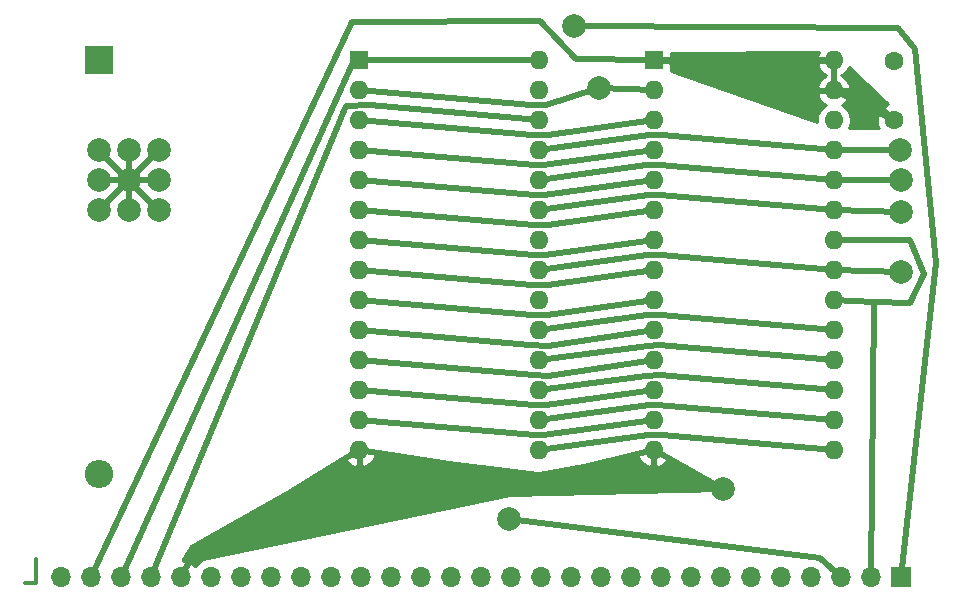
<source format=gbr>
%TF.GenerationSoftware,KiCad,Pcbnew,5.1.10*%
%TF.CreationDate,2021-11-30T18:31:43+01:00*%
%TF.ProjectId,Speichermodul_C,53706569-6368-4657-926d-6f64756c5f43,1*%
%TF.SameCoordinates,Original*%
%TF.FileFunction,Copper,L2,Bot*%
%TF.FilePolarity,Positive*%
%FSLAX46Y46*%
G04 Gerber Fmt 4.6, Leading zero omitted, Abs format (unit mm)*
G04 Created by KiCad (PCBNEW 5.1.10) date 2021-11-30 18:31:43*
%MOMM*%
%LPD*%
G01*
G04 APERTURE LIST*
%TA.AperFunction,NonConductor*%
%ADD10C,0.300000*%
%TD*%
%TA.AperFunction,ComponentPad*%
%ADD11O,2.400000X2.400000*%
%TD*%
%TA.AperFunction,ComponentPad*%
%ADD12R,2.400000X2.400000*%
%TD*%
%TA.AperFunction,ComponentPad*%
%ADD13C,1.600000*%
%TD*%
%TA.AperFunction,SMDPad,CuDef*%
%ADD14C,0.100000*%
%TD*%
%TA.AperFunction,SMDPad,CuDef*%
%ADD15R,5.080000X0.500000*%
%TD*%
%TA.AperFunction,SMDPad,CuDef*%
%ADD16R,0.500000X5.080000*%
%TD*%
%TA.AperFunction,SMDPad,CuDef*%
%ADD17C,2.000000*%
%TD*%
%TA.AperFunction,ComponentPad*%
%ADD18O,1.600000X1.600000*%
%TD*%
%TA.AperFunction,ComponentPad*%
%ADD19R,1.600000X1.600000*%
%TD*%
%TA.AperFunction,ComponentPad*%
%ADD20O,1.700000X1.700000*%
%TD*%
%TA.AperFunction,ComponentPad*%
%ADD21R,1.700000X1.700000*%
%TD*%
%TA.AperFunction,ViaPad*%
%ADD22C,2.000000*%
%TD*%
%TA.AperFunction,Conductor*%
%ADD23C,0.500000*%
%TD*%
%TA.AperFunction,Conductor*%
%ADD24C,0.254000*%
%TD*%
%TA.AperFunction,Conductor*%
%ADD25C,0.100000*%
%TD*%
G04 APERTURE END LIST*
D10*
X114380952Y-135704761D02*
X115333333Y-135704761D01*
X115333333Y-133704761D01*
D11*
%TO.P,C5,2*%
%TO.N,GND*%
X120650000Y-126440000D03*
D12*
%TO.P,C5,1*%
%TO.N,U2*%
X120650000Y-91440000D03*
%TD*%
D13*
%TO.P,C3,2*%
%TO.N,GND*%
X187960000Y-91520000D03*
%TO.P,C3,1*%
%TO.N,+5P*%
X187960000Y-96520000D03*
%TD*%
%TA.AperFunction,SMDPad,CuDef*%
D14*
%TO.P,REF\u002A\u002A,2*%
%TO.N,N/C*%
G36*
X120891903Y-98948350D02*
G01*
X125841650Y-103898097D01*
X125488097Y-104251650D01*
X120538350Y-99301903D01*
X120891903Y-98948350D01*
G37*
%TD.AperFunction*%
%TA.AperFunction,SMDPad,CuDef*%
G36*
X120538350Y-103898097D02*
G01*
X125488097Y-98948350D01*
X125841650Y-99301903D01*
X120891903Y-104251650D01*
X120538350Y-103898097D01*
G37*
%TD.AperFunction*%
D15*
X123190000Y-101600000D03*
D16*
X123190000Y-101600000D03*
D17*
%TO.P,REF\u002A\u002A,1*%
X120650000Y-101600000D03*
X120650000Y-99060000D03*
X123190000Y-99060000D03*
X125730000Y-99060000D03*
X125730000Y-101600000D03*
X125730000Y-104140000D03*
X123190000Y-104140000D03*
X120650000Y-104140000D03*
X123190000Y-101600000D03*
%TD*%
D18*
%TO.P,U3,28*%
%TO.N,U2*%
X157940000Y-91440000D03*
%TO.P,U3,14*%
%TO.N,GND*%
X142700000Y-124460000D03*
%TO.P,U3,27*%
%TO.N,R~W*%
X157940000Y-93980000D03*
%TO.P,U3,13*%
%TO.N,/D2*%
X142700000Y-121920000D03*
%TO.P,U3,26*%
%TO.N,U1*%
X157940000Y-96520000D03*
%TO.P,U3,12*%
%TO.N,/D1*%
X142700000Y-119380000D03*
%TO.P,U3,25*%
%TO.N,/A8*%
X157940000Y-99060000D03*
%TO.P,U3,11*%
%TO.N,/D0*%
X142700000Y-116840000D03*
%TO.P,U3,24*%
%TO.N,/A9*%
X157940000Y-101600000D03*
%TO.P,U3,10*%
%TO.N,/A0*%
X142700000Y-114300000D03*
%TO.P,U3,23*%
%TO.N,/A11*%
X157940000Y-104140000D03*
%TO.P,U3,9*%
%TO.N,/A1*%
X142700000Y-111760000D03*
%TO.P,U3,22*%
%TO.N,/~CSA*%
X157940000Y-106680000D03*
%TO.P,U3,8*%
%TO.N,/A2*%
X142700000Y-109220000D03*
%TO.P,U3,21*%
%TO.N,/A10*%
X157940000Y-109220000D03*
%TO.P,U3,7*%
%TO.N,/A3*%
X142700000Y-106680000D03*
%TO.P,U3,20*%
%TO.N,/~CSA*%
X157940000Y-111760000D03*
%TO.P,U3,6*%
%TO.N,/A4*%
X142700000Y-104140000D03*
%TO.P,U3,19*%
%TO.N,/D7*%
X157940000Y-114300000D03*
%TO.P,U3,5*%
%TO.N,/A5*%
X142700000Y-101600000D03*
%TO.P,U3,18*%
%TO.N,/D6*%
X157940000Y-116840000D03*
%TO.P,U3,4*%
%TO.N,/A6*%
X142700000Y-99060000D03*
%TO.P,U3,17*%
%TO.N,/D5*%
X157940000Y-119380000D03*
%TO.P,U3,3*%
%TO.N,/A7*%
X142700000Y-96520000D03*
%TO.P,U3,16*%
%TO.N,/D4*%
X157940000Y-121920000D03*
%TO.P,U3,2*%
%TO.N,/A12*%
X142700000Y-93980000D03*
%TO.P,U3,15*%
%TO.N,/D3*%
X157940000Y-124460000D03*
D19*
%TO.P,U3,1*%
%TO.N,Net-(U3-Pad1)*%
X142700000Y-91440000D03*
%TD*%
D18*
%TO.P,U2,28*%
%TO.N,+5P*%
X182880000Y-91440000D03*
%TO.P,U2,14*%
%TO.N,GND*%
X167640000Y-124460000D03*
%TO.P,U2,27*%
%TO.N,+5P*%
X182880000Y-93980000D03*
%TO.P,U2,13*%
%TO.N,/D2*%
X167640000Y-121920000D03*
%TO.P,U2,26*%
%TO.N,Net-(U2-Pad26)*%
X182880000Y-96520000D03*
%TO.P,U2,12*%
%TO.N,/D1*%
X167640000Y-119380000D03*
%TO.P,U2,25*%
%TO.N,/A8*%
X182880000Y-99060000D03*
%TO.P,U2,11*%
%TO.N,/D0*%
X167640000Y-116840000D03*
%TO.P,U2,24*%
%TO.N,/A9*%
X182880000Y-101600000D03*
%TO.P,U2,10*%
%TO.N,/A0*%
X167640000Y-114300000D03*
%TO.P,U2,23*%
%TO.N,/A11*%
X182880000Y-104140000D03*
%TO.P,U2,9*%
%TO.N,/A1*%
X167640000Y-111760000D03*
%TO.P,U2,22*%
%TO.N,/~CSB*%
X182880000Y-106680000D03*
%TO.P,U2,8*%
%TO.N,/A2*%
X167640000Y-109220000D03*
%TO.P,U2,21*%
%TO.N,/A10*%
X182880000Y-109220000D03*
%TO.P,U2,7*%
%TO.N,/A3*%
X167640000Y-106680000D03*
%TO.P,U2,20*%
%TO.N,/~CSB*%
X182880000Y-111760000D03*
%TO.P,U2,6*%
%TO.N,/A4*%
X167640000Y-104140000D03*
%TO.P,U2,19*%
%TO.N,/D7*%
X182880000Y-114300000D03*
%TO.P,U2,5*%
%TO.N,/A5*%
X167640000Y-101600000D03*
%TO.P,U2,18*%
%TO.N,/D6*%
X182880000Y-116840000D03*
%TO.P,U2,4*%
%TO.N,/A6*%
X167640000Y-99060000D03*
%TO.P,U2,17*%
%TO.N,/D5*%
X182880000Y-119380000D03*
%TO.P,U2,3*%
%TO.N,/A7*%
X167640000Y-96520000D03*
%TO.P,U2,16*%
%TO.N,/D4*%
X182880000Y-121920000D03*
%TO.P,U2,2*%
%TO.N,/A12*%
X167640000Y-93980000D03*
%TO.P,U2,15*%
%TO.N,/D3*%
X182880000Y-124460000D03*
D19*
%TO.P,U2,1*%
%TO.N,+5P*%
X167640000Y-91440000D03*
%TD*%
D20*
%TO.P,X10,29*%
%TO.N,Net-(X10-Pad29)*%
X117470000Y-135160000D03*
%TO.P,X10,28*%
%TO.N,+5P*%
X120010000Y-135160000D03*
%TO.P,X10,27*%
%TO.N,U2*%
X122550000Y-135160000D03*
%TO.P,X10,26*%
%TO.N,U1*%
X125090000Y-135160000D03*
%TO.P,X10,25*%
%TO.N,GND*%
X127630000Y-135160000D03*
%TO.P,X10,24*%
%TO.N,/A7*%
X130170000Y-135160000D03*
%TO.P,X10,23*%
%TO.N,/A6*%
X132710000Y-135160000D03*
%TO.P,X10,22*%
%TO.N,/A5*%
X135250000Y-135160000D03*
%TO.P,X10,21*%
%TO.N,/A4*%
X137790000Y-135160000D03*
%TO.P,X10,20*%
%TO.N,/A3*%
X140330000Y-135160000D03*
%TO.P,X10,19*%
%TO.N,/A2*%
X142870000Y-135160000D03*
%TO.P,X10,18*%
%TO.N,/A1*%
X145410000Y-135160000D03*
%TO.P,X10,17*%
%TO.N,/A0*%
X147950000Y-135160000D03*
%TO.P,X10,16*%
%TO.N,/D0*%
X150490000Y-135160000D03*
%TO.P,X10,15*%
%TO.N,/D1*%
X153030000Y-135160000D03*
%TO.P,X10,14*%
%TO.N,/D2*%
X155570000Y-135160000D03*
%TO.P,X10,13*%
%TO.N,/D3*%
X158110000Y-135160000D03*
%TO.P,X10,12*%
%TO.N,/D4*%
X160650000Y-135160000D03*
%TO.P,X10,11*%
%TO.N,/D5*%
X163190000Y-135160000D03*
%TO.P,X10,10*%
%TO.N,/D6*%
X165730000Y-135160000D03*
%TO.P,X10,9*%
%TO.N,/D7*%
X168270000Y-135160000D03*
%TO.P,X10,8*%
%TO.N,/A12*%
X170810000Y-135160000D03*
%TO.P,X10,7*%
%TO.N,/A11*%
X173350000Y-135160000D03*
%TO.P,X10,6*%
%TO.N,/A10*%
X175890000Y-135160000D03*
%TO.P,X10,5*%
%TO.N,/A9*%
X178430000Y-135160000D03*
%TO.P,X10,4*%
%TO.N,/A8*%
X180970000Y-135160000D03*
%TO.P,X10,3*%
%TO.N,R~W*%
X183510000Y-135160000D03*
%TO.P,X10,2*%
%TO.N,/~CSB*%
X186050000Y-135160000D03*
D21*
%TO.P,X10,1*%
%TO.N,/~CSA*%
X188590000Y-135160000D03*
%TD*%
D22*
%TO.N,GND*%
X173500000Y-127700000D03*
%TO.N,/A8*%
X188500000Y-99000000D03*
%TO.N,/A9*%
X188600000Y-101600000D03*
%TO.N,/A10*%
X188600000Y-109400000D03*
%TO.N,R~W*%
X155400000Y-130300000D03*
%TO.N,/~CSA*%
X160900000Y-88500000D03*
%TO.N,/A12*%
X163000000Y-93800000D03*
%TO.N,/A11*%
X188600000Y-104300000D03*
%TD*%
D23*
%TO.N,GND*%
X127630000Y-135160000D02*
X128800000Y-133000000D01*
X128800000Y-133000000D02*
X142700000Y-124460000D01*
X173500000Y-127700000D02*
X167640000Y-124460000D01*
X167640000Y-124460000D02*
X157900000Y-126800000D01*
X157900000Y-126800000D02*
X142700000Y-124460000D01*
%TO.N,+5P*%
X187960000Y-96520000D02*
X182880000Y-93980000D01*
X182880000Y-93980000D02*
X182880000Y-91440000D01*
X182880000Y-91440000D02*
X167640000Y-91440000D01*
X142100000Y-88200000D02*
X120010000Y-135160000D01*
X158000000Y-88100000D02*
X142100000Y-88200000D01*
X161100000Y-91300000D02*
X158000000Y-88100000D01*
X167640000Y-91440000D02*
X161100000Y-91300000D01*
%TO.N,/A8*%
X188500000Y-99000000D02*
X182880000Y-99060000D01*
X168350000Y-97800000D02*
X182880000Y-99060000D01*
X167250000Y-97800000D02*
X168350000Y-97800000D01*
X157940000Y-99060000D02*
X167250000Y-97800000D01*
%TO.N,/D2*%
X167640000Y-121920000D02*
X158300000Y-123200000D01*
X158300000Y-123200000D02*
X157600000Y-123200000D01*
X157600000Y-123200000D02*
X142700000Y-121920000D01*
%TO.N,/A9*%
X188600000Y-101600000D02*
X182880000Y-101600000D01*
X168150000Y-100350000D02*
X182880000Y-101600000D01*
X167000000Y-100350000D02*
X168150000Y-100350000D01*
X157940000Y-101600000D02*
X167000000Y-100350000D01*
%TO.N,/D1*%
X157500000Y-120650000D02*
X142700000Y-119380000D01*
X158550000Y-120650000D02*
X157500000Y-120650000D01*
X167640000Y-119380000D02*
X158550000Y-120650000D01*
%TO.N,/D0*%
X167640000Y-116840000D02*
X158650000Y-118150000D01*
X158650000Y-118150000D02*
X157500000Y-118100000D01*
X157500000Y-118100000D02*
X142700000Y-116840000D01*
%TO.N,/A0*%
X167640000Y-114300000D02*
X158700000Y-115600000D01*
X158700000Y-115600000D02*
X157200000Y-115550000D01*
X157200000Y-115550000D02*
X142700000Y-114300000D01*
%TO.N,/A10*%
X188600000Y-109400000D02*
X182880000Y-109220000D01*
X157940000Y-109220000D02*
X167050000Y-107950000D01*
X167050000Y-107950000D02*
X168250000Y-107950000D01*
X168250000Y-107950000D02*
X182880000Y-109220000D01*
%TO.N,/A1*%
X167640000Y-111760000D02*
X158600000Y-113050000D01*
X158600000Y-113050000D02*
X157350000Y-113050000D01*
X157350000Y-113050000D02*
X142700000Y-111760000D01*
%TO.N,/A2*%
X167640000Y-109220000D02*
X158700000Y-110450000D01*
X158700000Y-110450000D02*
X157300000Y-110500000D01*
X157300000Y-110500000D02*
X142700000Y-109220000D01*
%TO.N,/D7*%
X157940000Y-114300000D02*
X167100000Y-113050000D01*
X167100000Y-113050000D02*
X168250000Y-113050000D01*
X168250000Y-113050000D02*
X182880000Y-114300000D01*
%TO.N,/A3*%
X167640000Y-106680000D02*
X158450000Y-107950000D01*
X158450000Y-107950000D02*
X157500000Y-107950000D01*
X157500000Y-107950000D02*
X142700000Y-106680000D01*
%TO.N,/D6*%
X157940000Y-116840000D02*
X167150000Y-115600000D01*
X167150000Y-115600000D02*
X168100000Y-115550000D01*
X168100000Y-115550000D02*
X182880000Y-116840000D01*
%TO.N,/A4*%
X167640000Y-104140000D02*
X158650000Y-105400000D01*
X158650000Y-105400000D02*
X157500000Y-105400000D01*
X157500000Y-105400000D02*
X142700000Y-104140000D01*
%TO.N,/D5*%
X157940000Y-119380000D02*
X167000000Y-118150000D01*
X167000000Y-118150000D02*
X168200000Y-118100000D01*
X168200000Y-118100000D02*
X182880000Y-119380000D01*
%TO.N,/A5*%
X157550000Y-102850000D02*
X142700000Y-101600000D01*
X158350000Y-102850000D02*
X157550000Y-102850000D01*
X167640000Y-101600000D02*
X158350000Y-102850000D01*
%TO.N,/D4*%
X157940000Y-121920000D02*
X167200000Y-120650000D01*
X167200000Y-120650000D02*
X167950000Y-120650000D01*
X167950000Y-120650000D02*
X182880000Y-121920000D01*
%TO.N,/A6*%
X157550000Y-100350000D02*
X142700000Y-99060000D01*
X158300000Y-100350000D02*
X157550000Y-100350000D01*
X167640000Y-99060000D02*
X158300000Y-100350000D01*
%TO.N,/D3*%
X157940000Y-124460000D02*
X167150000Y-123200000D01*
X167150000Y-123200000D02*
X168300000Y-123200000D01*
X168300000Y-123200000D02*
X182880000Y-124460000D01*
%TO.N,/A7*%
X157300000Y-97800000D02*
X142700000Y-96520000D01*
X158650000Y-97800000D02*
X157300000Y-97800000D01*
X167640000Y-96520000D02*
X158650000Y-97800000D01*
%TO.N,R~W*%
X181700000Y-133600000D02*
X183510000Y-135160000D01*
X155400000Y-130300000D02*
X181700000Y-133600000D01*
%TO.N,/~CSA*%
X160900000Y-88500000D02*
X188300000Y-88700000D01*
X188300000Y-88700000D02*
X189800000Y-90500000D01*
X189800000Y-90500000D02*
X191500000Y-108600000D01*
X191500000Y-108600000D02*
X188590000Y-135160000D01*
%TO.N,/A12*%
X163000000Y-93800000D02*
X167640000Y-93980000D01*
X157250000Y-95250000D02*
X142700000Y-93980000D01*
X158550000Y-95250000D02*
X157250000Y-95250000D01*
X163000000Y-93800000D02*
X158550000Y-95250000D01*
%TO.N,/A11*%
X188600000Y-104300000D02*
X182880000Y-104140000D01*
X168150000Y-102850000D02*
X182880000Y-104140000D01*
X167150000Y-102850000D02*
X168150000Y-102850000D01*
X157940000Y-104140000D02*
X167150000Y-102850000D01*
%TO.N,U2*%
X142240000Y-91440000D02*
X157940000Y-91440000D01*
X122500000Y-135300000D02*
X142240000Y-91440000D01*
%TO.N,U1*%
X157940000Y-96520000D02*
X143600000Y-95200000D01*
X143600000Y-95200000D02*
X141600000Y-95300000D01*
X141600000Y-95300000D02*
X125090000Y-135160000D01*
%TO.N,/~CSB*%
X189300000Y-106700000D02*
X190500000Y-109500000D01*
X190500000Y-109500000D02*
X189300000Y-112000000D01*
X182880000Y-106680000D02*
X189300000Y-106700000D01*
X186050000Y-135160000D02*
X186311711Y-111888289D01*
X186311711Y-111888289D02*
X182880000Y-111760000D01*
X189300000Y-112000000D02*
X186311711Y-111888289D01*
%TD*%
D24*
%TO.N,GND*%
X142847000Y-124546363D02*
X142847000Y-124587000D01*
X142827000Y-124587000D01*
X142827000Y-125730624D01*
X143049040Y-125851909D01*
X143313881Y-125757070D01*
X143555131Y-125612385D01*
X143763519Y-125423414D01*
X143931037Y-125197420D01*
X144051246Y-124943087D01*
X144091904Y-124809039D01*
X144028746Y-124694081D01*
X157884248Y-126426019D01*
X157909135Y-126426671D01*
X157922943Y-126424910D01*
X166273023Y-124891222D01*
X166288754Y-124943087D01*
X166408963Y-125197420D01*
X166576481Y-125423414D01*
X166784869Y-125612385D01*
X167026119Y-125757070D01*
X167290960Y-125851909D01*
X167513000Y-125730624D01*
X167513000Y-124663471D01*
X167678043Y-124633157D01*
X167767000Y-124682740D01*
X167767000Y-125730624D01*
X167989040Y-125851909D01*
X168253881Y-125757070D01*
X168495131Y-125612385D01*
X168703519Y-125423414D01*
X168818224Y-125268668D01*
X173334046Y-127785683D01*
X155496531Y-128273047D01*
X155474174Y-128275654D01*
X129474174Y-133675654D01*
X129450412Y-133683081D01*
X129428555Y-133695002D01*
X129410197Y-133710197D01*
X128831364Y-134289030D01*
X128825178Y-134278645D01*
X128630269Y-134062412D01*
X128396920Y-133888359D01*
X128134099Y-133763175D01*
X127986890Y-133718524D01*
X127757002Y-133839844D01*
X127757002Y-133675000D01*
X127752575Y-133675000D01*
X128488293Y-132595947D01*
X141492894Y-125229705D01*
X141636481Y-125423414D01*
X141844869Y-125612385D01*
X142086119Y-125757070D01*
X142350960Y-125851909D01*
X142573000Y-125730624D01*
X142573000Y-124617896D01*
X142725991Y-124531237D01*
X142847000Y-124546363D01*
%TA.AperFunction,Conductor*%
D25*
G36*
X142847000Y-124546363D02*
G01*
X142847000Y-124587000D01*
X142827000Y-124587000D01*
X142827000Y-125730624D01*
X143049040Y-125851909D01*
X143313881Y-125757070D01*
X143555131Y-125612385D01*
X143763519Y-125423414D01*
X143931037Y-125197420D01*
X144051246Y-124943087D01*
X144091904Y-124809039D01*
X144028746Y-124694081D01*
X157884248Y-126426019D01*
X157909135Y-126426671D01*
X157922943Y-126424910D01*
X166273023Y-124891222D01*
X166288754Y-124943087D01*
X166408963Y-125197420D01*
X166576481Y-125423414D01*
X166784869Y-125612385D01*
X167026119Y-125757070D01*
X167290960Y-125851909D01*
X167513000Y-125730624D01*
X167513000Y-124663471D01*
X167678043Y-124633157D01*
X167767000Y-124682740D01*
X167767000Y-125730624D01*
X167989040Y-125851909D01*
X168253881Y-125757070D01*
X168495131Y-125612385D01*
X168703519Y-125423414D01*
X168818224Y-125268668D01*
X173334046Y-127785683D01*
X155496531Y-128273047D01*
X155474174Y-128275654D01*
X129474174Y-133675654D01*
X129450412Y-133683081D01*
X129428555Y-133695002D01*
X129410197Y-133710197D01*
X128831364Y-134289030D01*
X128825178Y-134278645D01*
X128630269Y-134062412D01*
X128396920Y-133888359D01*
X128134099Y-133763175D01*
X127986890Y-133718524D01*
X127757002Y-133839844D01*
X127757002Y-133675000D01*
X127752575Y-133675000D01*
X128488293Y-132595947D01*
X141492894Y-125229705D01*
X141636481Y-125423414D01*
X141844869Y-125612385D01*
X142086119Y-125757070D01*
X142350960Y-125851909D01*
X142573000Y-125730624D01*
X142573000Y-124617896D01*
X142725991Y-124531237D01*
X142847000Y-124546363D01*
G37*
%TD.AperFunction*%
%TD*%
D24*
%TO.N,+5P*%
X181528754Y-90956913D02*
X181488096Y-91090961D01*
X181610085Y-91313000D01*
X182753000Y-91313000D01*
X182753000Y-91293000D01*
X183007000Y-91293000D01*
X183007000Y-91313000D01*
X183027000Y-91313000D01*
X183027000Y-91567000D01*
X183007000Y-91567000D01*
X183007000Y-93853000D01*
X184149915Y-93853000D01*
X184271904Y-93630961D01*
X184231246Y-93496913D01*
X184111037Y-93242580D01*
X183943519Y-93016586D01*
X183735131Y-92827615D01*
X183539018Y-92710000D01*
X183735131Y-92592385D01*
X183943519Y-92403414D01*
X184111037Y-92177420D01*
X184187343Y-92015974D01*
X187465594Y-95172808D01*
X187343708Y-95216397D01*
X187218486Y-95283329D01*
X187146903Y-95527298D01*
X187960000Y-96340395D01*
X187974143Y-96326253D01*
X187986570Y-96338680D01*
X187882625Y-96650515D01*
X187766253Y-96534143D01*
X187780395Y-96520000D01*
X186967298Y-95706903D01*
X186723329Y-95778486D01*
X186602429Y-96033996D01*
X186533700Y-96308184D01*
X186519783Y-96590512D01*
X186561213Y-96870130D01*
X186656397Y-97136292D01*
X186676018Y-97173000D01*
X184162751Y-97173000D01*
X184259853Y-96938574D01*
X184315000Y-96661335D01*
X184315000Y-96378665D01*
X184259853Y-96101426D01*
X184151680Y-95840273D01*
X183994637Y-95605241D01*
X183794759Y-95405363D01*
X183559727Y-95248320D01*
X183549135Y-95243933D01*
X183735131Y-95132385D01*
X183943519Y-94943414D01*
X184111037Y-94717420D01*
X184231246Y-94463087D01*
X184271904Y-94329039D01*
X184149915Y-94107000D01*
X183007000Y-94107000D01*
X183007000Y-94127000D01*
X182753000Y-94127000D01*
X182753000Y-94107000D01*
X181610085Y-94107000D01*
X181488096Y-94329039D01*
X181528754Y-94463087D01*
X181648963Y-94717420D01*
X181816481Y-94943414D01*
X182024869Y-95132385D01*
X182210865Y-95243933D01*
X182200273Y-95248320D01*
X181965241Y-95405363D01*
X181765363Y-95605241D01*
X181608320Y-95840273D01*
X181500147Y-96101426D01*
X181445000Y-96378665D01*
X181445000Y-96658166D01*
X169067978Y-92342493D01*
X169078072Y-92240000D01*
X169075379Y-91789039D01*
X181488096Y-91789039D01*
X181528754Y-91923087D01*
X181648963Y-92177420D01*
X181816481Y-92403414D01*
X182024869Y-92592385D01*
X182220982Y-92710000D01*
X182024869Y-92827615D01*
X181816481Y-93016586D01*
X181648963Y-93242580D01*
X181528754Y-93496913D01*
X181488096Y-93630961D01*
X181610085Y-93853000D01*
X182753000Y-93853000D01*
X182753000Y-91567000D01*
X181610085Y-91567000D01*
X181488096Y-91789039D01*
X169075379Y-91789039D01*
X169075000Y-91725750D01*
X168916250Y-91567000D01*
X167794068Y-91567000D01*
X167774529Y-91313000D01*
X168916250Y-91313000D01*
X169075000Y-91154250D01*
X169077013Y-90817349D01*
X181633507Y-90735280D01*
X181528754Y-90956913D01*
%TA.AperFunction,Conductor*%
D25*
G36*
X181528754Y-90956913D02*
G01*
X181488096Y-91090961D01*
X181610085Y-91313000D01*
X182753000Y-91313000D01*
X182753000Y-91293000D01*
X183007000Y-91293000D01*
X183007000Y-91313000D01*
X183027000Y-91313000D01*
X183027000Y-91567000D01*
X183007000Y-91567000D01*
X183007000Y-93853000D01*
X184149915Y-93853000D01*
X184271904Y-93630961D01*
X184231246Y-93496913D01*
X184111037Y-93242580D01*
X183943519Y-93016586D01*
X183735131Y-92827615D01*
X183539018Y-92710000D01*
X183735131Y-92592385D01*
X183943519Y-92403414D01*
X184111037Y-92177420D01*
X184187343Y-92015974D01*
X187465594Y-95172808D01*
X187343708Y-95216397D01*
X187218486Y-95283329D01*
X187146903Y-95527298D01*
X187960000Y-96340395D01*
X187974143Y-96326253D01*
X187986570Y-96338680D01*
X187882625Y-96650515D01*
X187766253Y-96534143D01*
X187780395Y-96520000D01*
X186967298Y-95706903D01*
X186723329Y-95778486D01*
X186602429Y-96033996D01*
X186533700Y-96308184D01*
X186519783Y-96590512D01*
X186561213Y-96870130D01*
X186656397Y-97136292D01*
X186676018Y-97173000D01*
X184162751Y-97173000D01*
X184259853Y-96938574D01*
X184315000Y-96661335D01*
X184315000Y-96378665D01*
X184259853Y-96101426D01*
X184151680Y-95840273D01*
X183994637Y-95605241D01*
X183794759Y-95405363D01*
X183559727Y-95248320D01*
X183549135Y-95243933D01*
X183735131Y-95132385D01*
X183943519Y-94943414D01*
X184111037Y-94717420D01*
X184231246Y-94463087D01*
X184271904Y-94329039D01*
X184149915Y-94107000D01*
X183007000Y-94107000D01*
X183007000Y-94127000D01*
X182753000Y-94127000D01*
X182753000Y-94107000D01*
X181610085Y-94107000D01*
X181488096Y-94329039D01*
X181528754Y-94463087D01*
X181648963Y-94717420D01*
X181816481Y-94943414D01*
X182024869Y-95132385D01*
X182210865Y-95243933D01*
X182200273Y-95248320D01*
X181965241Y-95405363D01*
X181765363Y-95605241D01*
X181608320Y-95840273D01*
X181500147Y-96101426D01*
X181445000Y-96378665D01*
X181445000Y-96658166D01*
X169067978Y-92342493D01*
X169078072Y-92240000D01*
X169075379Y-91789039D01*
X181488096Y-91789039D01*
X181528754Y-91923087D01*
X181648963Y-92177420D01*
X181816481Y-92403414D01*
X182024869Y-92592385D01*
X182220982Y-92710000D01*
X182024869Y-92827615D01*
X181816481Y-93016586D01*
X181648963Y-93242580D01*
X181528754Y-93496913D01*
X181488096Y-93630961D01*
X181610085Y-93853000D01*
X182753000Y-93853000D01*
X182753000Y-91567000D01*
X181610085Y-91567000D01*
X181488096Y-91789039D01*
X169075379Y-91789039D01*
X169075000Y-91725750D01*
X168916250Y-91567000D01*
X167794068Y-91567000D01*
X167774529Y-91313000D01*
X168916250Y-91313000D01*
X169075000Y-91154250D01*
X169077013Y-90817349D01*
X181633507Y-90735280D01*
X181528754Y-90956913D01*
G37*
%TD.AperFunction*%
%TD*%
M02*

</source>
